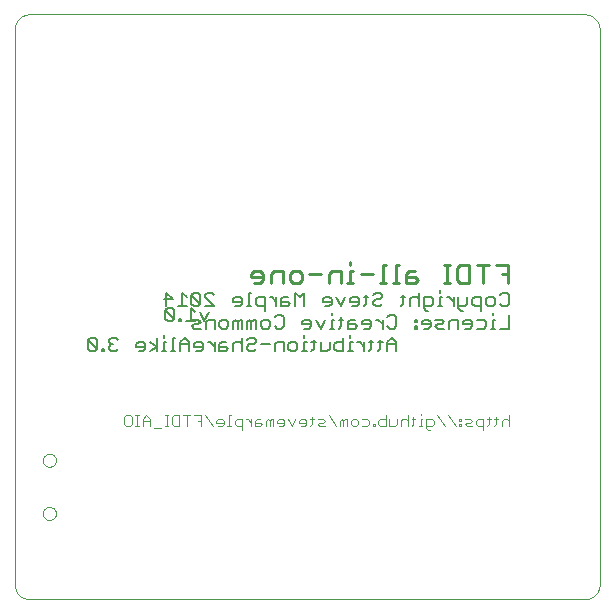
<source format=gbo>
G75*
G70*
%OFA0B0*%
%FSLAX24Y24*%
%IPPOS*%
%LPD*%
%AMOC8*
5,1,8,0,0,1.08239X$1,22.5*
%
%ADD10C,0.0000*%
%ADD11C,0.0040*%
%ADD12C,0.0100*%
%ADD13C,0.0050*%
D10*
X005948Y001650D02*
X005948Y020150D01*
X005950Y020194D01*
X005956Y020237D01*
X005965Y020279D01*
X005978Y020321D01*
X005995Y020361D01*
X006015Y020400D01*
X006038Y020437D01*
X006065Y020471D01*
X006094Y020504D01*
X006127Y020533D01*
X006161Y020560D01*
X006198Y020583D01*
X006237Y020603D01*
X006277Y020620D01*
X006319Y020633D01*
X006361Y020642D01*
X006404Y020648D01*
X006448Y020650D01*
X024948Y020650D01*
X024992Y020648D01*
X025035Y020642D01*
X025077Y020633D01*
X025119Y020620D01*
X025159Y020603D01*
X025198Y020583D01*
X025235Y020560D01*
X025269Y020533D01*
X025302Y020504D01*
X025331Y020471D01*
X025358Y020437D01*
X025381Y020400D01*
X025401Y020361D01*
X025418Y020321D01*
X025431Y020279D01*
X025440Y020237D01*
X025446Y020194D01*
X025448Y020150D01*
X025448Y001650D01*
X025446Y001606D01*
X025440Y001563D01*
X025431Y001521D01*
X025418Y001479D01*
X025401Y001439D01*
X025381Y001400D01*
X025358Y001363D01*
X025331Y001329D01*
X025302Y001296D01*
X025269Y001267D01*
X025235Y001240D01*
X025198Y001217D01*
X025159Y001197D01*
X025119Y001180D01*
X025077Y001167D01*
X025035Y001158D01*
X024992Y001152D01*
X024948Y001150D01*
X006448Y001150D01*
X006404Y001152D01*
X006361Y001158D01*
X006319Y001167D01*
X006277Y001180D01*
X006237Y001197D01*
X006198Y001217D01*
X006161Y001240D01*
X006127Y001267D01*
X006094Y001296D01*
X006065Y001329D01*
X006038Y001363D01*
X006015Y001400D01*
X005995Y001439D01*
X005978Y001479D01*
X005965Y001521D01*
X005956Y001563D01*
X005950Y001606D01*
X005948Y001650D01*
X006892Y004014D02*
X006894Y004043D01*
X006900Y004071D01*
X006909Y004099D01*
X006922Y004125D01*
X006939Y004148D01*
X006958Y004170D01*
X006980Y004189D01*
X007005Y004204D01*
X007031Y004217D01*
X007059Y004225D01*
X007087Y004230D01*
X007116Y004231D01*
X007145Y004228D01*
X007173Y004221D01*
X007200Y004211D01*
X007226Y004197D01*
X007249Y004180D01*
X007270Y004160D01*
X007288Y004137D01*
X007303Y004112D01*
X007314Y004085D01*
X007322Y004057D01*
X007326Y004028D01*
X007326Y004000D01*
X007322Y003971D01*
X007314Y003943D01*
X007303Y003916D01*
X007288Y003891D01*
X007270Y003868D01*
X007249Y003848D01*
X007226Y003831D01*
X007200Y003817D01*
X007173Y003807D01*
X007145Y003800D01*
X007116Y003797D01*
X007087Y003798D01*
X007059Y003803D01*
X007031Y003811D01*
X007005Y003824D01*
X006980Y003839D01*
X006958Y003858D01*
X006939Y003880D01*
X006922Y003903D01*
X006909Y003929D01*
X006900Y003957D01*
X006894Y003985D01*
X006892Y004014D01*
X006892Y005786D02*
X006894Y005815D01*
X006900Y005843D01*
X006909Y005871D01*
X006922Y005897D01*
X006939Y005920D01*
X006958Y005942D01*
X006980Y005961D01*
X007005Y005976D01*
X007031Y005989D01*
X007059Y005997D01*
X007087Y006002D01*
X007116Y006003D01*
X007145Y006000D01*
X007173Y005993D01*
X007200Y005983D01*
X007226Y005969D01*
X007249Y005952D01*
X007270Y005932D01*
X007288Y005909D01*
X007303Y005884D01*
X007314Y005857D01*
X007322Y005829D01*
X007326Y005800D01*
X007326Y005772D01*
X007322Y005743D01*
X007314Y005715D01*
X007303Y005688D01*
X007288Y005663D01*
X007270Y005640D01*
X007249Y005620D01*
X007226Y005603D01*
X007200Y005589D01*
X007173Y005579D01*
X007145Y005572D01*
X007116Y005569D01*
X007087Y005570D01*
X007059Y005575D01*
X007031Y005583D01*
X007005Y005596D01*
X006980Y005611D01*
X006958Y005630D01*
X006939Y005652D01*
X006922Y005675D01*
X006909Y005701D01*
X006900Y005729D01*
X006894Y005757D01*
X006892Y005786D01*
D11*
X009604Y006980D02*
X009664Y006920D01*
X009784Y006920D01*
X009844Y006980D01*
X009844Y007220D01*
X009784Y007280D01*
X009664Y007280D01*
X009604Y007220D01*
X009604Y006980D01*
X009969Y006920D02*
X010089Y006920D01*
X010029Y006920D02*
X010029Y007280D01*
X010089Y007280D02*
X009969Y007280D01*
X010217Y007160D02*
X010217Y006920D01*
X010217Y007100D02*
X010458Y007100D01*
X010458Y007160D02*
X010338Y007280D01*
X010217Y007160D01*
X010458Y007160D02*
X010458Y006920D01*
X010586Y006860D02*
X010826Y006860D01*
X010951Y006920D02*
X011072Y006920D01*
X011011Y006920D02*
X011011Y007280D01*
X010951Y007280D02*
X011072Y007280D01*
X011200Y007220D02*
X011200Y006980D01*
X011260Y006920D01*
X011440Y006920D01*
X011440Y007280D01*
X011260Y007280D01*
X011200Y007220D01*
X011568Y007280D02*
X011808Y007280D01*
X011688Y007280D02*
X011688Y006920D01*
X012056Y007100D02*
X012176Y007100D01*
X012176Y006920D02*
X012176Y007280D01*
X011936Y007280D01*
X012305Y007280D02*
X012545Y006920D01*
X012673Y007040D02*
X012913Y007040D01*
X012913Y006980D02*
X012913Y007100D01*
X012853Y007160D01*
X012733Y007160D01*
X012673Y007100D01*
X012673Y007040D01*
X012733Y006920D02*
X012853Y006920D01*
X012913Y006980D01*
X013039Y006920D02*
X013159Y006920D01*
X013099Y006920D02*
X013099Y007280D01*
X013159Y007280D01*
X013287Y007100D02*
X013287Y006980D01*
X013347Y006920D01*
X013527Y006920D01*
X013527Y006800D02*
X013527Y007160D01*
X013347Y007160D01*
X013287Y007100D01*
X013654Y007160D02*
X013714Y007160D01*
X013834Y007040D01*
X013834Y006920D02*
X013834Y007160D01*
X013962Y007100D02*
X013962Y006920D01*
X014142Y006920D01*
X014202Y006980D01*
X014142Y007040D01*
X013962Y007040D01*
X013962Y007100D02*
X014022Y007160D01*
X014142Y007160D01*
X014330Y007100D02*
X014330Y006920D01*
X014450Y006920D02*
X014450Y007100D01*
X014390Y007160D01*
X014330Y007100D01*
X014450Y007100D02*
X014510Y007160D01*
X014571Y007160D01*
X014571Y006920D01*
X014699Y007040D02*
X014939Y007040D01*
X014939Y006980D02*
X014939Y007100D01*
X014879Y007160D01*
X014759Y007160D01*
X014699Y007100D01*
X014699Y007040D01*
X014759Y006920D02*
X014879Y006920D01*
X014939Y006980D01*
X015067Y007160D02*
X015187Y006920D01*
X015307Y007160D01*
X015435Y007100D02*
X015435Y007040D01*
X015675Y007040D01*
X015675Y006980D02*
X015675Y007100D01*
X015615Y007160D01*
X015495Y007160D01*
X015435Y007100D01*
X015495Y006920D02*
X015615Y006920D01*
X015675Y006980D01*
X015801Y006920D02*
X015861Y006980D01*
X015861Y007220D01*
X015921Y007160D02*
X015801Y007160D01*
X016049Y007160D02*
X016229Y007160D01*
X016289Y007100D01*
X016229Y007040D01*
X016109Y007040D01*
X016049Y006980D01*
X016109Y006920D01*
X016289Y006920D01*
X016658Y006920D02*
X016417Y007280D01*
X016786Y007100D02*
X016786Y006920D01*
X016906Y006920D02*
X016906Y007100D01*
X016846Y007160D01*
X016786Y007100D01*
X016906Y007100D02*
X016966Y007160D01*
X017026Y007160D01*
X017026Y006920D01*
X017154Y006980D02*
X017214Y006920D01*
X017334Y006920D01*
X017394Y006980D01*
X017394Y007100D01*
X017334Y007160D01*
X017214Y007160D01*
X017154Y007100D01*
X017154Y006980D01*
X017522Y006920D02*
X017703Y006920D01*
X017763Y006980D01*
X017763Y007100D01*
X017703Y007160D01*
X017522Y007160D01*
X017887Y006980D02*
X017887Y006920D01*
X017947Y006920D01*
X017947Y006980D01*
X017887Y006980D01*
X018075Y006980D02*
X018075Y007100D01*
X018135Y007160D01*
X018315Y007160D01*
X018315Y007280D02*
X018315Y006920D01*
X018135Y006920D01*
X018075Y006980D01*
X018443Y006920D02*
X018443Y007160D01*
X018443Y006920D02*
X018623Y006920D01*
X018683Y006980D01*
X018683Y007160D01*
X018811Y007100D02*
X018811Y006920D01*
X018811Y007100D02*
X018872Y007160D01*
X018992Y007160D01*
X019052Y007100D01*
X019177Y007160D02*
X019297Y007160D01*
X019237Y007220D02*
X019237Y006980D01*
X019177Y006920D01*
X019052Y006920D02*
X019052Y007280D01*
X019483Y007280D02*
X019483Y007340D01*
X019483Y007160D02*
X019483Y006920D01*
X019543Y006920D02*
X019423Y006920D01*
X019483Y007160D02*
X019543Y007160D01*
X019671Y007160D02*
X019851Y007160D01*
X019911Y007100D01*
X019911Y006980D01*
X019851Y006920D01*
X019671Y006920D01*
X019671Y006860D02*
X019671Y007160D01*
X019671Y006860D02*
X019731Y006800D01*
X019791Y006800D01*
X020279Y006920D02*
X020039Y007280D01*
X020407Y007280D02*
X020648Y006920D01*
X020772Y006920D02*
X020772Y006980D01*
X020832Y006980D01*
X020832Y006920D01*
X020772Y006920D01*
X020772Y007100D02*
X020832Y007100D01*
X020832Y007160D01*
X020772Y007160D01*
X020772Y007100D01*
X020960Y007160D02*
X021140Y007160D01*
X021200Y007100D01*
X021140Y007040D01*
X021020Y007040D01*
X020960Y006980D01*
X021020Y006920D01*
X021200Y006920D01*
X021328Y006980D02*
X021388Y006920D01*
X021568Y006920D01*
X021568Y006800D02*
X021568Y007160D01*
X021388Y007160D01*
X021328Y007100D01*
X021328Y006980D01*
X021694Y006920D02*
X021754Y006980D01*
X021754Y007220D01*
X021814Y007160D02*
X021694Y007160D01*
X021939Y007160D02*
X022060Y007160D01*
X022000Y007220D02*
X022000Y006980D01*
X021939Y006920D01*
X022188Y006920D02*
X022188Y007100D01*
X022248Y007160D01*
X022368Y007160D01*
X022428Y007100D01*
X022428Y007280D02*
X022428Y006920D01*
D12*
X022398Y011700D02*
X022398Y012301D01*
X021998Y012301D01*
X021753Y012301D02*
X021353Y012301D01*
X021553Y012301D02*
X021553Y011700D01*
X021109Y011700D02*
X020809Y011700D01*
X020708Y011800D01*
X020708Y012200D01*
X020809Y012301D01*
X021109Y012301D01*
X021109Y011700D01*
X020464Y011700D02*
X020264Y011700D01*
X020364Y011700D02*
X020364Y012301D01*
X020464Y012301D02*
X020264Y012301D01*
X019290Y012100D02*
X019090Y012100D01*
X018990Y012000D01*
X018990Y011700D01*
X019290Y011700D01*
X019390Y011800D01*
X019290Y011900D01*
X018990Y011900D01*
X018745Y011700D02*
X018545Y011700D01*
X018645Y011700D02*
X018645Y012301D01*
X018745Y012301D01*
X018316Y012301D02*
X018216Y012301D01*
X018216Y011700D01*
X018316Y011700D02*
X018116Y011700D01*
X017886Y012000D02*
X017486Y012000D01*
X017241Y012100D02*
X017141Y012100D01*
X017141Y011700D01*
X017241Y011700D02*
X017041Y011700D01*
X016812Y011700D02*
X016812Y012100D01*
X016512Y012100D01*
X016411Y012000D01*
X016411Y011700D01*
X016167Y012000D02*
X015767Y012000D01*
X015523Y012000D02*
X015523Y011800D01*
X015423Y011700D01*
X015222Y011700D01*
X015122Y011800D01*
X015122Y012000D01*
X015222Y012100D01*
X015423Y012100D01*
X015523Y012000D01*
X014878Y012100D02*
X014878Y011700D01*
X014478Y011700D02*
X014478Y012000D01*
X014578Y012100D01*
X014878Y012100D01*
X014234Y012000D02*
X014234Y011800D01*
X014133Y011700D01*
X013933Y011700D01*
X013833Y011900D02*
X014234Y011900D01*
X014234Y012000D02*
X014133Y012100D01*
X013933Y012100D01*
X013833Y012000D01*
X013833Y011900D01*
X017141Y012301D02*
X017141Y012401D01*
X022198Y012000D02*
X022398Y012000D01*
D13*
X022348Y011375D02*
X022198Y011375D01*
X022123Y011300D01*
X021962Y011150D02*
X021962Y011000D01*
X021887Y010925D01*
X021737Y010925D01*
X021662Y011000D01*
X021662Y011150D01*
X021737Y011225D01*
X021887Y011225D01*
X021962Y011150D01*
X022123Y011000D02*
X022198Y010925D01*
X022348Y010925D01*
X022423Y011000D01*
X022423Y011300D01*
X022348Y011375D01*
X021887Y010700D02*
X021887Y010625D01*
X021887Y010475D02*
X021887Y010175D01*
X021962Y010175D02*
X021812Y010175D01*
X021656Y010250D02*
X021580Y010175D01*
X021355Y010175D01*
X021195Y010250D02*
X021195Y010400D01*
X021120Y010475D01*
X020970Y010475D01*
X020895Y010400D01*
X020895Y010325D01*
X021195Y010325D01*
X021195Y010250D02*
X021120Y010175D01*
X020970Y010175D01*
X020735Y010175D02*
X020735Y010475D01*
X020510Y010475D01*
X020435Y010400D01*
X020435Y010175D01*
X020274Y010175D02*
X020049Y010175D01*
X019974Y010250D01*
X020049Y010325D01*
X020199Y010325D01*
X020274Y010400D01*
X020199Y010475D01*
X019974Y010475D01*
X019814Y010400D02*
X019739Y010475D01*
X019589Y010475D01*
X019514Y010400D01*
X019514Y010325D01*
X019814Y010325D01*
X019814Y010250D02*
X019814Y010400D01*
X019814Y010250D02*
X019739Y010175D01*
X019589Y010175D01*
X019354Y010175D02*
X019354Y010250D01*
X019279Y010250D01*
X019279Y010175D01*
X019354Y010175D01*
X019354Y010400D02*
X019354Y010475D01*
X019279Y010475D01*
X019279Y010400D01*
X019354Y010400D01*
X019666Y010775D02*
X019590Y010850D01*
X019590Y011225D01*
X019816Y011225D01*
X019891Y011150D01*
X019891Y011000D01*
X019816Y010925D01*
X019590Y010925D01*
X019430Y010925D02*
X019430Y011375D01*
X019355Y011225D02*
X019205Y011225D01*
X019130Y011150D01*
X019130Y010925D01*
X018895Y011000D02*
X018820Y010925D01*
X018895Y011000D02*
X018895Y011300D01*
X018970Y011225D02*
X018820Y011225D01*
X019355Y011225D02*
X019430Y011150D01*
X019666Y010775D02*
X019741Y010775D01*
X020048Y010925D02*
X020198Y010925D01*
X020123Y010925D02*
X020123Y011225D01*
X020198Y011225D01*
X020356Y011225D02*
X020431Y011225D01*
X020581Y011075D01*
X020581Y010925D02*
X020581Y011225D01*
X020741Y011225D02*
X020741Y010850D01*
X020817Y010775D01*
X020892Y010775D01*
X020967Y010925D02*
X020741Y010925D01*
X020967Y010925D02*
X021042Y011000D01*
X021042Y011225D01*
X021202Y011150D02*
X021202Y011000D01*
X021277Y010925D01*
X021502Y010925D01*
X021502Y010775D02*
X021502Y011225D01*
X021277Y011225D01*
X021202Y011150D01*
X021355Y010475D02*
X021580Y010475D01*
X021656Y010400D01*
X021656Y010250D01*
X021887Y010475D02*
X021962Y010475D01*
X022123Y010175D02*
X022423Y010175D01*
X022423Y010625D01*
X020123Y011375D02*
X020123Y011450D01*
X018673Y010550D02*
X018673Y010250D01*
X018598Y010175D01*
X018448Y010175D01*
X018373Y010250D01*
X018212Y010175D02*
X018212Y010475D01*
X018212Y010325D02*
X018062Y010475D01*
X017987Y010475D01*
X017829Y010400D02*
X017754Y010475D01*
X017604Y010475D01*
X017529Y010400D01*
X017529Y010325D01*
X017829Y010325D01*
X017829Y010250D02*
X017829Y010400D01*
X017829Y010250D02*
X017754Y010175D01*
X017604Y010175D01*
X017368Y010250D02*
X017293Y010325D01*
X017068Y010325D01*
X017068Y010400D02*
X017068Y010175D01*
X017293Y010175D01*
X017368Y010250D01*
X017293Y010475D02*
X017143Y010475D01*
X017068Y010400D01*
X016908Y010475D02*
X016758Y010475D01*
X016833Y010550D02*
X016833Y010250D01*
X016758Y010175D01*
X016601Y010175D02*
X016451Y010175D01*
X016526Y010175D02*
X016526Y010475D01*
X016601Y010475D01*
X016526Y010625D02*
X016526Y010700D01*
X016439Y010925D02*
X016515Y011000D01*
X016515Y011150D01*
X016439Y011225D01*
X016289Y011225D01*
X016214Y011150D01*
X016214Y011075D01*
X016515Y011075D01*
X016439Y010925D02*
X016289Y010925D01*
X016675Y011225D02*
X016825Y010925D01*
X016975Y011225D01*
X017135Y011150D02*
X017135Y011075D01*
X017435Y011075D01*
X017435Y011000D02*
X017435Y011150D01*
X017360Y011225D01*
X017210Y011225D01*
X017135Y011150D01*
X017210Y010925D02*
X017360Y010925D01*
X017435Y011000D01*
X017592Y010925D02*
X017667Y011000D01*
X017667Y011300D01*
X017742Y011225D02*
X017592Y011225D01*
X017902Y011300D02*
X017977Y011375D01*
X018128Y011375D01*
X018203Y011300D01*
X018203Y011225D01*
X018128Y011150D01*
X017977Y011150D01*
X017902Y011075D01*
X017902Y011000D01*
X017977Y010925D01*
X018128Y010925D01*
X018203Y011000D01*
X018448Y010625D02*
X018598Y010625D01*
X018673Y010550D01*
X018448Y010625D02*
X018373Y010550D01*
X018523Y009875D02*
X018373Y009725D01*
X018373Y009425D01*
X018373Y009650D02*
X018673Y009650D01*
X018673Y009725D02*
X018523Y009875D01*
X018673Y009725D02*
X018673Y009425D01*
X018137Y009500D02*
X018062Y009425D01*
X018137Y009500D02*
X018137Y009800D01*
X018212Y009725D02*
X018062Y009725D01*
X017906Y009725D02*
X017755Y009725D01*
X017830Y009800D02*
X017830Y009500D01*
X017755Y009425D01*
X017599Y009425D02*
X017599Y009725D01*
X017599Y009575D02*
X017448Y009725D01*
X017373Y009725D01*
X017215Y009725D02*
X017140Y009725D01*
X017140Y009425D01*
X017215Y009425D02*
X017065Y009425D01*
X016908Y009425D02*
X016683Y009425D01*
X016608Y009500D01*
X016608Y009650D01*
X016683Y009725D01*
X016908Y009725D01*
X016908Y009875D02*
X016908Y009425D01*
X016448Y009500D02*
X016373Y009425D01*
X016147Y009425D01*
X016147Y009725D01*
X015987Y009725D02*
X015837Y009725D01*
X015912Y009800D02*
X015912Y009500D01*
X015837Y009425D01*
X015680Y009425D02*
X015530Y009425D01*
X015605Y009425D02*
X015605Y009725D01*
X015680Y009725D01*
X015605Y009875D02*
X015605Y009950D01*
X015609Y010175D02*
X015759Y010175D01*
X015834Y010250D01*
X015834Y010400D01*
X015759Y010475D01*
X015609Y010475D01*
X015534Y010400D01*
X015534Y010325D01*
X015834Y010325D01*
X015994Y010475D02*
X016144Y010175D01*
X016294Y010475D01*
X015594Y010925D02*
X015594Y011375D01*
X015444Y011225D01*
X015293Y011375D01*
X015293Y010925D01*
X015133Y011000D02*
X015058Y011075D01*
X014833Y011075D01*
X014833Y011150D02*
X014833Y010925D01*
X015058Y010925D01*
X015133Y011000D01*
X015058Y011225D02*
X014908Y011225D01*
X014833Y011150D01*
X014673Y011075D02*
X014523Y011225D01*
X014448Y011225D01*
X014289Y011225D02*
X014064Y011225D01*
X013989Y011150D01*
X013989Y011000D01*
X014064Y010925D01*
X014289Y010925D01*
X014289Y010775D02*
X014289Y011225D01*
X014673Y011225D02*
X014673Y010925D01*
X014688Y010625D02*
X014613Y010550D01*
X014688Y010625D02*
X014838Y010625D01*
X014913Y010550D01*
X014913Y010250D01*
X014838Y010175D01*
X014688Y010175D01*
X014613Y010250D01*
X014453Y010250D02*
X014378Y010175D01*
X014227Y010175D01*
X014152Y010250D01*
X014152Y010400D01*
X014227Y010475D01*
X014378Y010475D01*
X014453Y010400D01*
X014453Y010250D01*
X013992Y010175D02*
X013992Y010475D01*
X013917Y010475D01*
X013842Y010400D01*
X013767Y010475D01*
X013692Y010400D01*
X013692Y010175D01*
X013842Y010175D02*
X013842Y010400D01*
X013532Y010475D02*
X013532Y010175D01*
X013382Y010175D02*
X013382Y010400D01*
X013307Y010475D01*
X013232Y010400D01*
X013232Y010175D01*
X013071Y010250D02*
X012996Y010175D01*
X012846Y010175D01*
X012771Y010250D01*
X012771Y010400D01*
X012846Y010475D01*
X012996Y010475D01*
X013071Y010400D01*
X013071Y010250D01*
X013382Y010400D02*
X013457Y010475D01*
X013532Y010475D01*
X013447Y010925D02*
X013297Y010925D01*
X013447Y010925D02*
X013522Y011000D01*
X013522Y011150D01*
X013447Y011225D01*
X013297Y011225D01*
X013222Y011150D01*
X013222Y011075D01*
X013522Y011075D01*
X013679Y010925D02*
X013829Y010925D01*
X013754Y010925D02*
X013754Y011375D01*
X013829Y011375D01*
X012601Y011300D02*
X012526Y011375D01*
X012376Y011375D01*
X012301Y011300D01*
X012301Y011225D01*
X012601Y010925D01*
X012301Y010925D01*
X012141Y011000D02*
X012141Y011300D01*
X012066Y011375D01*
X011916Y011375D01*
X011841Y011300D01*
X012141Y011000D01*
X012066Y010925D01*
X011916Y010925D01*
X011841Y011000D01*
X011841Y011300D01*
X011680Y011225D02*
X011530Y011375D01*
X011530Y010925D01*
X011680Y010925D02*
X011380Y010925D01*
X011272Y010800D02*
X011197Y010875D01*
X011047Y010875D01*
X010972Y010800D01*
X011272Y010500D01*
X011197Y010425D01*
X011047Y010425D01*
X010972Y010500D01*
X010972Y010800D01*
X010995Y010925D02*
X010995Y011375D01*
X011220Y011150D01*
X010920Y011150D01*
X011272Y010800D02*
X011272Y010500D01*
X011427Y010500D02*
X011427Y010425D01*
X011502Y010425D01*
X011502Y010500D01*
X011427Y010500D01*
X011662Y010425D02*
X011962Y010425D01*
X011925Y010325D02*
X012076Y010325D01*
X012151Y010400D01*
X012076Y010475D01*
X011850Y010475D01*
X011812Y010425D02*
X011812Y010875D01*
X011962Y010725D01*
X012123Y010725D02*
X012273Y010425D01*
X012423Y010725D01*
X012386Y010475D02*
X012311Y010400D01*
X012311Y010175D01*
X012151Y010175D02*
X011925Y010175D01*
X011850Y010250D01*
X011925Y010325D01*
X012386Y010475D02*
X012611Y010475D01*
X012611Y010175D01*
X012611Y009725D02*
X012611Y009425D01*
X012611Y009575D02*
X012461Y009725D01*
X012386Y009725D01*
X012227Y009650D02*
X012227Y009500D01*
X012152Y009425D01*
X012002Y009425D01*
X011927Y009575D02*
X012227Y009575D01*
X012227Y009650D02*
X012152Y009725D01*
X012002Y009725D01*
X011927Y009650D01*
X011927Y009575D01*
X011767Y009650D02*
X011467Y009650D01*
X011467Y009725D02*
X011467Y009425D01*
X011307Y009425D02*
X011156Y009425D01*
X011232Y009425D02*
X011232Y009875D01*
X011307Y009875D01*
X011467Y009725D02*
X011617Y009875D01*
X011767Y009725D01*
X011767Y009425D01*
X011000Y009425D02*
X010850Y009425D01*
X010925Y009425D02*
X010925Y009725D01*
X011000Y009725D01*
X010925Y009875D02*
X010925Y009950D01*
X010693Y009875D02*
X010693Y009425D01*
X010693Y009575D02*
X010468Y009725D01*
X010309Y009650D02*
X010309Y009500D01*
X010234Y009425D01*
X010084Y009425D01*
X010009Y009575D02*
X010309Y009575D01*
X010309Y009650D02*
X010234Y009725D01*
X010084Y009725D01*
X010009Y009650D01*
X010009Y009575D01*
X010468Y009425D02*
X010693Y009575D01*
X009388Y009500D02*
X009313Y009425D01*
X009163Y009425D01*
X009088Y009500D01*
X009088Y009575D01*
X009163Y009650D01*
X009238Y009650D01*
X009163Y009650D02*
X009088Y009725D01*
X009088Y009800D01*
X009163Y009875D01*
X009313Y009875D01*
X009388Y009800D01*
X008928Y009500D02*
X008853Y009500D01*
X008853Y009425D01*
X008928Y009425D01*
X008928Y009500D01*
X008698Y009500D02*
X008698Y009800D01*
X008623Y009875D01*
X008473Y009875D01*
X008397Y009800D01*
X008698Y009500D01*
X008623Y009425D01*
X008473Y009425D01*
X008397Y009500D01*
X008397Y009800D01*
X012771Y009650D02*
X012771Y009425D01*
X012996Y009425D01*
X013071Y009500D01*
X012996Y009575D01*
X012771Y009575D01*
X012771Y009650D02*
X012846Y009725D01*
X012996Y009725D01*
X013232Y009650D02*
X013232Y009425D01*
X013232Y009650D02*
X013307Y009725D01*
X013457Y009725D01*
X013532Y009650D01*
X013692Y009575D02*
X013692Y009500D01*
X013767Y009425D01*
X013917Y009425D01*
X013992Y009500D01*
X013917Y009650D02*
X013767Y009650D01*
X013692Y009575D01*
X013532Y009425D02*
X013532Y009875D01*
X013692Y009800D02*
X013767Y009875D01*
X013917Y009875D01*
X013992Y009800D01*
X013992Y009725D01*
X013917Y009650D01*
X014152Y009650D02*
X014453Y009650D01*
X014613Y009650D02*
X014613Y009425D01*
X014613Y009650D02*
X014688Y009725D01*
X014913Y009725D01*
X014913Y009425D01*
X015073Y009500D02*
X015073Y009650D01*
X015148Y009725D01*
X015298Y009725D01*
X015373Y009650D01*
X015373Y009500D01*
X015298Y009425D01*
X015148Y009425D01*
X015073Y009500D01*
X016448Y009500D02*
X016448Y009725D01*
X017140Y009875D02*
X017140Y009950D01*
M02*

</source>
